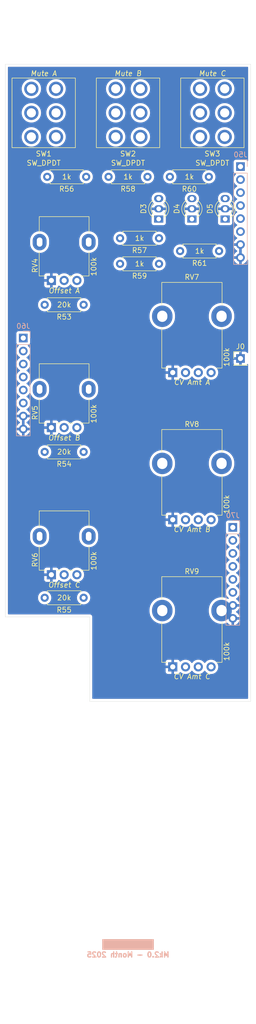
<source format=kicad_pcb>
(kicad_pcb (version 20241229) (generator "pcbnew") (generator_version "9.0")
  (title_block (rev "1") (company "DMH Instruments") (comment 1 "10cm Kosmo format synthesizer module PCB"))
  (layers (0 "F.Cu" signal) (2 "B.Cu" signal) (13 "F.Paste" user) (15 "B.Paste" user) (5 "F.SilkS" user "F.Silkscreen") (7 "B.SilkS" user "B.Silkscreen") (1 "F.Mask" user) (3 "B.Mask" user) (25 "Edge.Cuts" user))
  (net 0 "")
  (net 1 "+12V")
  (net 2 "GND")
  (net 3 "Net-(D3-A2)")
  (net 4 "Net-(D3-A1)")
  (net 5 "Net-(D4-A2)")
  (net 6 "Net-(D4-A1)")
  (net 7 "Net-(D5-A2)")
  (net 8 "Net-(D5-A1)")
  (net 9 "/Inputs and Outputs/Output A Jack")
  (net 10 "/Inputs and Outputs/CV A Jack")
  (net 11 "Net-(R53-Pad1)")
  (net 12 "Net-(R54-Pad1)")
  (net 13 "/Inputs and Outputs/Output B Jack")
  (net 14 "/Inputs and Outputs/CV B Jack")
  (net 15 "Net-(R55-Pad1)")
  (net 16 "Net-(R56-Pad2)")
  (net 17 "Net-(R57-Pad2)")
  (net 18 "/Inputs and Outputs/Output C Jack")
  (net 19 "Net-(R58-Pad2)")
  (net 20 "Net-(R59-Pad2)")
  (net 21 "/Inputs and Outputs/CV C Jack")
  (net 22 "Net-(R60-Pad2)")
  (net 23 "Net-(R61-Pad2)")
  (net 24 "/Inputs and Outputs/Offset A Pot")
  (net 25 "/Inputs and Outputs/Mute A Switch")
  (net 26 "/Inputs and Outputs/Mute B Switch")
  (net 27 "/Inputs and Outputs/Offset B Pot")
  (net 28 "/Inputs and Outputs/Offset C Pot")
  (net 29 "/Inputs and Outputs/Mute C Switch")
  (net 33 "/Inputs and Outputs/CV Amt A Pot")
  (net 34 "/Inputs and Outputs/CV Amt B Pot")
  (net 35 "/Inputs and Outputs/CV Amt C Pot")
  (footprint "SynthStuff:Toggle_Switch_2_Poles_TE" (layer "F.Cu") (at 58.5 52 180)
    (property "Reference" "SW1" (at 0 -8 0) (layer "F.SilkS"))
    (property "Value" "SW_DPDT" (at 0 -9.8 0) (layer "F.SilkS"))
    (property "Function" "Mute A" (at 0 7.7 0) (layer "F.SilkS") (effects (font (thickness 0.15) (italic yes))))
    (fp_rect (start -6.2 -6.8) (end 6.2 6.8) (stroke (width 0.12)) (fill no) (layer "F.SilkS"))
    (pad "1" thru_hole circle (at -2.413 4.7 270) (size 2.8 2.8) (drill 1.8) (layers "*.Cu" "*.Mask") (net 25 "/Inputs and Outputs/Mute A Switch"))
    (pad "2" thru_hole circle (at -2.413 0 270) (size 2.8 2.8) (drill 1.8) (layers "*.Cu" "*.Mask") (net 9 "/Inputs and Outputs/Output A Jack"))
    (pad "3" thru_hole circle (at -2.413 -4.7 270) (size 2.8 2.8) (drill 1.8) (layers "*.Cu" "*.Mask"))
    (pad "4" thru_hole circle (at 2.413 4.7 270) (size 2.8 2.8) (drill 1.8) (layers "*.Cu" "*.Mask") (net 17 "Net-(R57-Pad2)"))
    (pad "5" thru_hole circle (at 2.413 0 270) (size 2.8 2.8) (drill 1.8) (layers "*.Cu" "*.Mask") (net 1 "+12V"))
    (pad "6" thru_hole circle (at 2.413 -4.7 270) (size 2.8 2.8) (drill 1.8) (layers "*.Cu" "*.Mask") (net 16 "Net-(R56-Pad2)"))
  )
  (footprint "Resistor_THT:R_Axial_DIN0207_L6.3mm_D2.5mm_P7.62mm_Horizontal" (layer "F.Cu") (at 92.81 79 180)
    (property "Reference" "R61" (at 3.81 -2.37 0) (layer "F.SilkS"))
    (property "Value" "1k" (at 3.81 0 0) (layer "F.SilkS"))
    (fp_line (start 7.08 1.37) (end 7.08 1.04) (stroke (width 0.12)) (layer "F.SilkS"))
    (fp_line (start 7.08 -1.37) (end 7.08 -1.04) (stroke (width 0.12)) (layer "F.SilkS"))
    (fp_line (start 0.54 1.37) (end 7.08 1.37) (stroke (width 0.12)) (layer "F.SilkS"))
    (fp_line (start 0.54 1.04) (end 0.54 1.37) (stroke (width 0.12)) (layer "F.SilkS"))
    (fp_line (start 0.54 -1.04) (end 0.54 -1.37) (stroke (width 0.12)) (layer "F.SilkS"))
    (fp_line (start 0.54 -1.37) (end 7.08 -1.37) (stroke (width 0.12)) (layer "F.SilkS"))
    (pad "1" thru_hole circle (at 0 0 180) (size 1.6 1.6) (drill 0.8) (layers "*.Cu" "*.Mask") (net 8 "Net-(D5-A1)"))
    (pad "2" thru_hole oval (at 7.62 0 180) (size 1.6 1.6) (drill 0.8) (layers "*.Cu" "*.Mask") (net 23 "Net-(R61-Pad2)"))
  )
  (footprint "SynthStuff:Potentiometer_TT_P110KH1" (layer "F.Cu") (at 85 160.25)
    (property "Reference" "RV9" (at 2.5 -18.65 0) (layer "F.SilkS"))
    (property "Value" "100k" (at 9.3 -3 90) (layer "F.SilkS"))
    (property "Function" "CV Amt C" (at 2.5 1.9 0) (layer "F.SilkS") (effects (font (thickness 0.15) (italic yes))))
    (fp_line (start -3.4 -17.62) (end -3.4 -13.25) (stroke (width 0.12)) (layer "F.SilkS"))
    (fp_line (start -3.4 -8.7) (end -3.4 -0.88) (stroke (width 0.12)) (layer "F.SilkS"))
    (fp_line (start -2.4 -0.88) (end -3.4 -0.88) (stroke (width 0.12)) (layer "F.SilkS"))
    (fp_line (start 8.4 -17.62) (end -3.4 -17.62) (stroke (width 0.12)) (layer "F.SilkS"))
    (fp_line (start 8.4 -17.62) (end 8.4 -13.25) (stroke (width 0.12)) (layer "F.SilkS"))
    (fp_line (start 8.4 -8.7) (end 8.4 -0.88) (stroke (width 0.12)) (layer "F.SilkS"))
    (fp_line (start 8.4 -0.88) (end 7.4 -0.88) (stroke (width 0.12)) (layer "F.SilkS"))
    (pad "" thru_hole oval (at -3.3 -11) (size 4 4.2) (drill oval 2 2.2) (layers "*.Cu" "*.Mask"))
    (pad "" thru_hole circle (at 6.25 0) (size 1.8 1.8) (drill 1) (layers "*.Cu" "*.Mask"))
    (pad "" thru_hole oval (at 8.3 -11) (size 4 4.2) (drill oval 2 2.2) (layers "*.Cu" "*.Mask"))
    (pad "1" thru_hole rect (at -1.25 0) (size 1.8 1.8) (drill 1) (layers "*.Cu" "*.Mask") (net 2 "GND"))
    (pad "2" thru_hole circle (at 1.25 0) (size 1.8 1.8) (drill 1) (layers "*.Cu" "*.Mask") (net 35 "/Inputs and Outputs/CV Amt C Pot"))
    (pad "3" thru_hole circle (at 3.75 0) (size 1.8 1.8) (drill 1) (layers "*.Cu" "*.Mask") (net 21 "/Inputs and Outputs/CV C Jack"))
  )
  (footprint "SynthStuff:Potentiometer_Alpha_RD901F-40-00D_Single_Vertical" (layer "F.Cu") (at 60 113.5 90)
    (property "Reference" "RV5" (at 2.9 -3.2 90) (layer "F.SilkS"))
    (property "Value" "100k" (at 2.7 8.3 90) (layer "F.SilkS"))
    (property "Function" "Offset B" (at -2 2.5 0) (layer "F.SilkS") (effects (font (thickness 0.15) (italic yes))))
    (fp_line (start 0.88 -2.38) (end 5.6 -2.38) (stroke (width 0.12)) (layer "F.SilkS"))
    (fp_line (start 9.41 -2.37) (end 12.47 -2.37) (stroke (width 0.12)) (layer "F.SilkS"))
    (fp_line (start 0.88 -1.19) (end 0.88 -2.37) (stroke (width 0.12)) (layer "F.SilkS"))
    (fp_line (start 0.88 1.71) (end 0.88 1.18) (stroke (width 0.12)) (layer "F.SilkS"))
    (fp_line (start 0.88 4.16) (end 0.88 3.33) (stroke (width 0.12)) (layer "F.SilkS"))
    (fp_line (start 12.47 7.37) (end 12.47 -2.37) (stroke (width 0.12)) (layer "F.SilkS"))
    (fp_line (start 9.41 7.37) (end 12.47 7.37) (stroke (width 0.12)) (layer "F.SilkS"))
    (fp_line (start 0.88 7.37) (end 0.88 5.88) (stroke (width 0.12)) (layer "F.SilkS"))
    (fp_line (start 0.88 7.37) (end 5.6 7.37) (stroke (width 0.12)) (layer "F.SilkS"))
    (pad "" thru_hole oval (at 7.5 -2.3 180) (size 2.72 3.24) (drill oval 1.1 1.8) (layers "*.Cu" "*.Mask"))
    (pad "" thru_hole oval (at 7.5 7.3 180) (size 2.72 3.24) (drill oval 1.1 1.8) (layers "*.Cu" "*.Mask"))
    (pad "1" thru_hole rect (at 0 0 180) (size 1.8 1.8) (drill 1) (layers "*.Cu" "*.Mask") (net 2 "GND"))
    (pad "2" thru_hole circle (at 0 2.5 180) (size 1.8 1.8) (drill 1) (layers "*.Cu" "*.Mask") (net 27 "/Inputs and Outputs/Offset B Pot"))
    (pad "3" thru_hole circle (at 0 5 180) (size 1.8 1.8) (drill 1) (layers "*.Cu" "*.Mask") (net 12 "Net-(R54-Pad1)"))
  )
  (footprint "SynthStuff:Potentiometer_TT_P110KH1" (layer "F.Cu") (at 85 131.5)
    (property "Reference" "RV8" (at 2.5 -18.65 0) (layer "F.SilkS"))
    (property "Value" "100k" (at 9.3 -3 90) (layer "F.SilkS"))
    (property "Function" "CV Amt B" (at 2.5 1.9 0) (layer "F.SilkS") (effects (font (thickness 0.15) (italic yes))))
    (fp_line (start -3.4 -17.62) (end -3.4 -13.25) (stroke (width 0.12)) (layer "F.SilkS"))
    (fp_line (start -3.4 -8.7) (end -3.4 -0.88) (stroke (width 0.12)) (layer "F.SilkS"))
    (fp_line (start -2.4 -0.88) (end -3.4 -0.88) (stroke (width 0.12)) (layer "F.SilkS"))
    (fp_line (start 8.4 -17.62) (end -3.4 -17.62) (stroke (width 0.12)) (layer "F.SilkS"))
    (fp_line (start 8.4 -17.62) (end 8.4 -13.25) (stroke (width 0.12)) (layer "F.SilkS"))
    (fp_line (start 8.4 -8.7) (end 8.4 -0.88) (stroke (width 0.12)) (layer "F.SilkS"))
    (fp_line (start 8.4 -0.88) (end 7.4 -0.88) (stroke (width 0.12)) (layer "F.SilkS"))
    (pad "" thru_hole oval (at -3.3 -11) (size 4 4.2) (drill oval 2 2.2) (layers "*.Cu" "*.Mask"))
    (pad "" thru_hole circle (at 6.25 0) (size 1.8 1.8) (drill 1) (layers "*.Cu" "*.Mask"))
    (pad "" thru_hole oval (at 8.3 -11) (size 4 4.2) (drill oval 2 2.2) (layers "*.Cu" "*.Mask"))
    (pad "1" thru_hole rect (at -1.25 0) (size 1.8 1.8) (drill 1) (layers "*.Cu" "*.Mask") (net 2 "GND"))
    (pad "2" thru_hole circle (at 1.25 0) (size 1.8 1.8) (drill 1) (layers "*.Cu" "*.Mask") (net 34 "/Inputs and Outputs/CV Amt B Pot"))
    (pad "3" thru_hole circle (at 3.75 0) (size 1.8 1.8) (drill 1) (layers "*.Cu" "*.Mask") (net 14 "/Inputs and Outputs/CV B Jack"))
  )
  (footprint "SynthStuff:Potentiometer_TT_P110KH1" (layer "F.Cu") (at 85 102.75)
    (property "Reference" "RV7" (at 2.5 -18.65 0) (layer "F.SilkS"))
    (property "Value" "100k" (at 9.3 -3 90) (layer "F.SilkS"))
    (property "Function" "CV Amt A" (at 2.5 1.9 0) (layer "F.SilkS") (effects (font (thickness 0.15) (italic yes))))
    (fp_line (start -3.4 -17.62) (end -3.4 -13.25) (stroke (width 0.12)) (layer "F.SilkS"))
    (fp_line (start -3.4 -8.7) (end -3.4 -0.88) (stroke (width 0.12)) (layer "F.SilkS"))
    (fp_line (start -2.4 -0.88) (end -3.4 -0.88) (stroke (width 0.12)) (layer "F.SilkS"))
    (fp_line (start 8.4 -17.62) (end -3.4 -17.62) (stroke (width 0.12)) (layer "F.SilkS"))
    (fp_line (start 8.4 -17.62) (end 8.4 -13.25) (stroke (width 0.12)) (layer "F.SilkS"))
    (fp_line (start 8.4 -8.7) (end 8.4 -0.88) (stroke (width 0.12)) (layer "F.SilkS"))
    (fp_line (start 8.4 -0.88) (end 7.4 -0.88) (stroke (width 0.12)) (layer "F.SilkS"))
    (pad "" thru_hole oval (at -3.3 -11) (size 4 4.2) (drill oval 2 2.2) (layers "*.Cu" "*.Mask"))
    (pad "" thru_hole circle (at 6.25 0) (size 1.8 1.8) (drill 1) (layers "*.Cu" "*.Mask"))
    (pad "" thru_hole oval (at 8.3 -11) (size 4 4.2) (drill oval 2 2.2) (layers "*.Cu" "*.Mask"))
    (pad "1" thru_hole rect (at -1.25 0) (size 1.8 1.8) (drill 1) (layers "*.Cu" "*.Mask") (net 2 "GND"))
    (pad "2" thru_hole circle (at 1.25 0) (size 1.8 1.8) (drill 1) (layers "*.Cu" "*.Mask") (net 33 "/Inputs and Outputs/CV Amt A Pot"))
    (pad "3" thru_hole circle (at 3.75 0) (size 1.8 1.8) (drill 1) (layers "*.Cu" "*.Mask") (net 10 "/Inputs and Outputs/CV A Jack"))
  )
  (footprint "SynthStuff:LED_D3.0mm-2color" (layer "F.Cu") (at 81 70.75 90)
    (property "Reference" "D3" (at 0 -2.96 90) (layer "F.SilkS"))
    (property "Value" "LED_Dual_AKA" (hide yes))
    (fp_line (start -1.56 -1.236) (end -1.56 -1.08) (stroke (width 0.12)) (layer "F.SilkS"))
    (fp_line (start -1.56 1.08) (end -1.56 1.236) (stroke (width 0.12)) (layer "F.SilkS"))
    (fp_arc (start -1.56 -1.235516) (mid 0.095624 -1.987701) (end 1.671397 -1.080061) (stroke (width 0.12)) (layer "F.SilkS"))
    (fp_arc (start -1.040961 -1.08) (mid -0.000035 -1.5) (end 1.04091 -1.080049) (stroke (width 0.12)) (layer "F.SilkS"))
    (fp_arc (start 1.04091 1.080049) (mid -0.000035 1.5) (end -1.040961 1.08) (stroke (width 0.12)) (layer "F.SilkS"))
    (fp_arc (start 1.671397 1.080061) (mid 0.095624 1.987701) (end -1.56 1.235516) (stroke (width 0.12)) (layer "F.SilkS"))
    (pad "1" thru_hole rect (at -2 0 90) (size 1.4 1.8) (drill 0.9) (layers "*.Cu" "*.Mask") (net 4 "Net-(D3-A1)"))
    (pad "2" thru_hole oval (at 0 0 90) (size 1.4 1.8) (drill 0.9) (layers "*.Cu" "*.Mask") (net 2 "GND"))
    (pad "3" thru_hole oval (at 2 0 90) (size 1.4 1.8) (drill 0.9) (layers "*.Cu" "*.Mask") (net 3 "Net-(D3-A2)"))
  )
  (footprint "Resistor_THT:R_Axial_DIN0207_L6.3mm_D2.5mm_P7.62mm_Horizontal" (layer "F.Cu") (at 66.31 89.5 180)
    (property "Reference" "R53" (at 3.81 -2.37 0) (layer "F.SilkS"))
    (property "Value" "20k" (at 3.81 0 0) (layer "F.SilkS"))
    (fp_line (start 7.08 1.37) (end 7.08 1.04) (stroke (width 0.12)) (layer "F.SilkS"))
    (fp_line (start 7.08 -1.37) (end 7.08 -1.04) (stroke (width 0.12)) (layer "F.SilkS"))
    (fp_line (start 0.54 1.37) (end 7.08 1.37) (stroke (width 0.12)) (layer "F.SilkS"))
    (fp_line (start 0.54 1.04) (end 0.54 1.37) (stroke (width 0.12)) (layer "F.SilkS"))
    (fp_line (start 0.54 -1.04) (end 0.54 -1.37) (stroke (width 0.12)) (layer "F.SilkS"))
    (fp_line (start 0.54 -1.37) (end 7.08 -1.37) (stroke (width 0.12)) (layer "F.SilkS"))
    (pad "1" thru_hole circle (at 0 0 180) (size 1.6 1.6) (drill 0.8) (layers "*.Cu" "*.Mask") (net 11 "Net-(R53-Pad1)"))
    (pad "2" thru_hole oval (at 7.62 0 180) (size 1.6 1.6) (drill 0.8) (layers "*.Cu" "*.Mask") (net 1 "+12V"))
  )
  (footprint "Resistor_THT:R_Axial_DIN0207_L6.3mm_D2.5mm_P7.62mm_Horizontal" (layer "F.Cu") (at 90.81 64.5 180)
    (property "Reference" "R60" (at 3.81 -2.37 0) (layer "F.SilkS"))
    (property "Value" "1k" (at 3.81 0 0) (layer "F.SilkS"))
    (fp_line (start 7.08 1.37) (end 7.08 1.04) (stroke (width 0.12)) (layer "F.SilkS"))
    (fp_line (start 7.08 -1.37) (end 7.08 -1.04) (stroke (width 0.12)) (layer "F.SilkS"))
    (fp_line (start 0.54 1.37) (end 7.08 1.37) (stroke (width 0.12)) (layer "F.SilkS"))
    (fp_line (start 0.54 1.04) (end 0.54 1.37) (stroke (width 0.12)) (layer "F.SilkS"))
    (fp_line (start 0.54 -1.04) (end 0.54 -1.37) (stroke (width 0.12)) (layer "F.SilkS"))
    (fp_line (start 0.54 -1.37) (end 7.08 -1.37) (stroke (width 0.12)) (layer "F.SilkS"))
    (pad "1" thru_hole circle (at 0 0 180) (size 1.6 1.6) (drill 0.8) (layers "*.Cu" "*.Mask") (net 7 "Net-(D5-A2)"))
    (pad "2" thru_hole oval (at 7.62 0 180) (size 1.6 1.6) (drill 0.8) (layers "*.Cu" "*.Mask") (net 22 "Net-(R60-Pad2)"))
  )
  (footprint "SynthStuff:LED_D3.0mm-2color" (layer "F.Cu") (at 94 70.75 90)
    (property "Reference" "D5" (at 0 -2.96 90) (layer "F.SilkS"))
    (property "Value" "LED_Dual_AKA" (hide yes))
    (fp_line (start -1.56 -1.236) (end -1.56 -1.08) (stroke (width 0.12)) (layer "F.SilkS"))
    (fp_line (start -1.56 1.08) (end -1.56 1.236) (stroke (width 0.12)) (layer "F.SilkS"))
    (fp_arc (start -1.56 -1.235516) (mid 0.095624 -1.987701) (end 1.671397 -1.080061) (stroke (width 0.12)) (layer "F.SilkS"))
    (fp_arc (start -1.040961 -1.08) (mid -0.000035 -1.5) (end 1.04091 -1.080049) (stroke (width 0.12)) (layer "F.SilkS"))
    (fp_arc (start 1.04091 1.080049) (mid -0.000035 1.5) (end -1.040961 1.08) (stroke (width 0.12)) (layer "F.SilkS"))
    (fp_arc (start 1.671397 1.080061) (mid 0.095624 1.987701) (end -1.56 1.235516) (stroke (width 0.12)) (layer "F.SilkS"))
    (pad "1" thru_hole rect (at -2 0 90) (size 1.4 1.8) (drill 0.9) (layers "*.Cu" "*.Mask") (net 8 "Net-(D5-A1)"))
    (pad "2" thru_hole oval (at 0 0 90) (size 1.4 1.8) (drill 0.9) (layers "*.Cu" "*.Mask") (net 2 "GND"))
    (pad "3" thru_hole oval (at 2 0 90) (size 1.4 1.8) (drill 0.9) (layers "*.Cu" "*.Mask") (net 7 "Net-(D5-A2)"))
  )
  (footprint "SynthStuff:Potentiometer_Alpha_RD901F-40-00D_Single_Vertical" (layer "F.Cu") (at 60 84.75 90)
    (property "Reference" "RV4" (at 2.9 -3.2 90) (layer "F.SilkS"))
    (property "Value" "100k" (at 2.7 8.3 90) (layer "F.SilkS"))
    (property "Function" "Offset A" (at -2 2.5 0) (layer "F.SilkS") (effects (font (thickness 0.15) (italic yes))))
    (fp_line (start 0.88 -2.38) (end 5.6 -2.38) (stroke (width 0.12)) (layer "F.SilkS"))
    (fp_line (start 9.41 -2.37) (end 12.47 -2.37) (stroke (width 0.12)) (layer "F.SilkS"))
    (fp_line (start 0.88 -1.19) (end 0.88 -2.37) (stroke (width 0.12)) (layer "F.SilkS"))
    (fp_line (start 0.88 1.71) (end 0.88 1.18) (stroke (width 0.12)) (layer "F.SilkS"))
    (fp_line (start 0.88 4.16) (end 0.88 3.33) (stroke (width 0.12)) (layer "F.SilkS"))
    (fp_line (start 12.47 7.37) (end 12.47 -2.37) (stroke (width 0.12)) (layer "F.SilkS"))
    (fp_line (start 9.41 7.37) (end 12.47 7.37) (stroke (width 0.12)) (layer "F.SilkS"))
    (fp_line (start 0.88 7.37) (end 0.88 5.88) (stroke (width 0.12)) (layer "F.SilkS"))
    (fp_line (start 0.88 7.37) (end 5.6 7.37) (stroke (width 0.12)) (layer "F.SilkS"))
    (pad "" thru_hole oval (at 7.5 -2.3 180) (size 2.72 3.24) (drill oval 1.1 1.8) (layers "*.Cu" "*.Mask"))
    (pad "" thru_hole oval (at 7.5 7.3 180) (size 2.72 3.24) (drill oval 1.1 1.8) (layers "*.Cu" "*.Mask"))
    (pad "1" thru_hole rect (at 0 0 180) (size 1.8 1.8) (drill 1) (layers "*.Cu" "*.Mask") (net 2 "GND"))
    (pad "2" thru_hole circle (at 0 2.5 180) (size 1.8 1.8) (drill 1) (layers "*.Cu" "*.Mask") (net 24 "/Inputs and Outputs/Offset A Pot"))
    (pad "3" thru_hole circle (at 0 5 180) (size 1.8 1.8) (drill 1) (layers "*.Cu" "*.Mask") (net 11 "Net-(R53-Pad1)"))
  )
  (footprint "Resistor_THT:R_Axial_DIN0207_L6.3mm_D2.5mm_P7.62mm_Horizontal" (layer "F.Cu") (at 66.31 118.25 180)
    (property "Reference" "R54" (at 3.81 -2.37 0) (layer "F.SilkS"))
    (property "Value" "20k" (at 3.81 0 0) (layer "F.SilkS"))
    (fp_line (start 7.08 1.37) (end 7.08 1.04) (stroke (width 0.12)) (layer "F.SilkS"))
    (fp_line (start 7.08 -1.37) (end 7.08 -1.04) (stroke (width 0.12)) (layer "F.SilkS"))
    (fp_line (start 0.54 1.37) (end 7.08 1.37) (stroke (width 0.12)) (layer "F.SilkS"))
    (fp_line (start 0.54 1.04) (end 0.54 1.37) (stroke (width 0.12)) (layer "F.SilkS"))
    (fp_line (start 0.54 -1.04) (end 0.54 -1.37) (stroke (width 0.12)) (layer "F.SilkS"))
    (fp_line (start 0.54 -1.37) (end 7.08 -1.37) (stroke (width 0.12)) (layer "F.SilkS"))
    (pad "1" thru_hole circle (at 0 0 180) (size 1.6 1.6) (drill 0.8) (layers "*.Cu" "*.Mask") (net 12 "Net-(R54-Pad1)"))
    (pad "2" thru_hole oval (at 7.62 0 180) (size 1.6 1.6) (drill 0.8) (layers "*.Cu" "*.Mask") (net 1 "+12V"))
  )
  (footprint "Resistor_THT:R_Axial_DIN0207_L6.3mm_D2.5mm_P7.62mm_Horizontal" (layer "F.Cu") (at 78.81 64.5 180)
    (property "Reference" "R58" (at 3.81 -2.37 0) (layer "F.SilkS"))
    (property "Value" "1k" (at 3.81 0 0) (layer "F.SilkS"))
    (fp_line (start 7.08 1.37) (end 7.08 1.04) (stroke (width 0.12)) (layer "F.SilkS"))
    (fp_line (start 7.08 -1.37) (end 7.08 -1.04) (stroke (width 0.12)) (layer "F.SilkS"))
    (fp_line (start 0.54 1.37) (end 7.08 1.37) (stroke (width 0.12)) (layer "F.SilkS"))
    (fp_line (start 0.54 1.04) (end 0.54 1.37) (stroke (width 0.12)) (layer "F.SilkS"))
    (fp_line (start 0.54 -1.04) (end 0.54 -1.37) (stroke (width 0.12)) (layer "F.SilkS"))
    (fp_line (start 0.54 -1.37) (end 7.08 -1.37) (stroke (width 0.12)) (layer "F.SilkS"))
    (pad "1" thru_hole circle (at 0 0 180) (size 1.6 1.6) (drill 0.8) (layers "*.Cu" "*.Mask") (net 5 "Net-(D4-A2)"))
    (pad "2" thru_hole oval (at 7.62 0 180) (size 1.6 1.6) (drill 0.8) (layers "*.Cu" "*.Mask") (net 19 "Net-(R58-Pad2)"))
  )
  (footprint "SynthStuff:Potentiometer_Alpha_RD901F-40-00D_Single_Vertical" (layer "F.Cu") (at 60 142.25 90)
    (property "Reference" "RV6" (at 2.9 -3.2 90) (layer "F.SilkS"))
    (property "Value" "100k" (at 2.7 8.3 90) (layer "F.SilkS"))
    (property "Function" "Offset C" (at -2 2.5 0) (layer "F.SilkS") (effects (font (thickness 0.15) (italic yes))))
    (fp_line (start 0.88 -2.38) (end 5.6 -2.38) (stroke (width 0.12)) (layer "F.SilkS"))
    (fp_line (start 9.41 -2.37) (end 12.47 -2.37) (stroke (width 0.12)) (layer "F.SilkS"))
    (fp_line (start 0.88 -1.19) (end 0.88 -2.37) (stroke (width 0.12)) (layer "F.SilkS"))
    (fp_line (start 0.88 1.71) (end 0.88 1.18) (stroke (width 0.12)) (layer "F.SilkS"))
    (fp_line (start 0.88 4.16) (end 0.88 3.33) (stroke (width 0.12)) (layer "F.SilkS"))
    (fp_line (start 12.47 7.37) (end 12.47 -2.37) (stroke (width 0.12)) (layer "F.SilkS"))
    (fp_line (start 9.41 7.37) (end 12.47 7.37) (stroke (width 0.12)) (layer "F.SilkS"))
    (fp_line (start 0.88 7.37) (end 0.88 5.88) (stroke (width 0.12)) (layer "F.SilkS"))
    (fp_line (start 0.88 7.37) (end 5.6 7.37) (stroke (width 0.12)) (layer "F.SilkS"))
    (pad "" thru_hole oval (at 7.5 -2.3 180) (size 2.72 3.24) (drill oval 1.1 1.8) (layers "*.Cu" "*.Mask"))
    (pad "" thru_hole oval (at 7.5 7.3 180) (size 2.72 3.24) (drill oval 1.1 1.8) (layers "*.Cu" "*.Mask"))
    (pad "1" thru_hole rect (at 0 0 180) (size 1.8 1.8) (drill 1) (layers "*.Cu" "*.Mask") (net 2 "GND"))
    (pad "2" thru_hole circle (at 0 2.5 180) (size 1.8 1.8) (drill 1) (layers "*.Cu" "*.Mask") (net 28 "/Inputs and Outputs/Offset C Pot"))
    (pad "3" thru_hole circle (at 0 5 180) (size 1.8 1.8) (drill 1) (layers "*.Cu" "*.Mask") (net 15 "Net-(R55-Pad1)"))
  )
  (footprint "Resistor_THT:R_Axial_DIN0207_L6.3mm_D2.5mm_P7.62mm_Horizontal" (layer "F.Cu") (at 66.81 64.5 180)
    (property "Reference" "R56" (at 3.81 -2.37 0) (layer "F.SilkS"))
    (property "Value" "1k" (at 3.81 0 0) (layer "F.SilkS"))
    (fp_line (start 7.08 1.37) (end 7.08 1.04) (stroke (width 0.12)) (layer "F.SilkS"))
    (fp_line (start 7.08 -1.37) (end 7.08 -1.04) (stroke (width 0.12)) (layer "F.SilkS"))
    (fp_line (start 0.54 1.37) (end 7.08 1.37) (stroke (width 0.12)) (layer "F.SilkS"))
    (fp_line (start 0.54 1.04) (end 0.54 1.37) (stroke (width 0.12)) (layer "F.SilkS"))
    (fp_line (start 0.54 -1.04) (end 0.54 -1.37) (stroke (width 0.12)) (layer "F.SilkS"))
    (fp_line (start 0.54 -1.37) (end 7.08 -1.37) (stroke (width 0.12)) (layer "F.SilkS"))
    (pad "1" thru_hole circle (at 0 0 180) (size 1.6 1.6) (drill 0.8) (layers "*.Cu" "*.Mask") (net 3 "Net-(D3-A2)"))
    (pad "2" thru_hole oval (at 7.62 0 180) (size 1.6 1.6) (drill 0.8) (layers "*.Cu" "*.Mask") (net 16 "Net-(R56-Pad2)"))
  )
  (footprint "Connector_PinHeader_2.54mm:PinHeader_1x01_P2.54mm_Vertical" (layer "F.Cu") (at 97 100)
    (property "Reference" "J0" (at 0 -2.33 0) (layer "F.SilkS"))
    (property "Value" "Conn_01x01" (hide yes))
    (fp_line (start -1.33 -1.33) (end 0 -1.33) (stroke (width 0.12)) (layer "F.SilkS"))
    (fp_line (start -1.33 0) (end -1.33 -1.33) (stroke (width 0.12)) (layer "F.SilkS"))
    (fp_line (start -1.33 1.27) (end -1.33 1.33) (stroke (width 0.12)) (layer "F.SilkS"))
    (fp_line (start -1.33 1.27) (end 1.33 1.27) (stroke (width 0.12)) (layer "F.SilkS"))
    (fp_line (start -1.33 1.33) (end 1.33 1.33) (stroke (width 0.12)) (layer "F.SilkS"))
    (fp_line (start 1.33 1.27) (end 1.33 1.33) (stroke (width 0.12)) (layer "F.SilkS"))
    (pad "1" thru_hole rect (at 0 0) (size 1.7 1.7) (drill 1) (layers "*.Cu" "*.Mask") (net 2 "GND"))
  )
  (footprint "SynthStuff:Toggle_Switch_2_Poles_TE" (layer "F.Cu") (at 75 52 180)
    (property "Reference" "SW2" (at 0 -8 0) (layer "F.SilkS"))
    (property "Value" "SW_DPDT" (at 0 -9.8 0) (layer "F.SilkS"))
    (property "Function" "Mute B" (at 0 7.7 0) (layer "F.SilkS") (effects (font (thickness 0.15) (italic yes))))
    (fp_rect (start -6.2 -6.8) (end 6.2 6.8) (stroke (width 0.12)) (fill no) (layer "F.SilkS"))
    (pad "1" thru_hole circle (at -2.413 4.7 270) (size 2.8 2.8) (drill 1.8) (layers "*.Cu" "*.Mask") (net 26 "/Inputs and Outputs/Mute B Switch"))
    (pad "2" thru_hole circle (at -2.413 0 270) (size 2.8 2.8) (drill 1.8) (layers "*.Cu" "*.Mask") (net 13 "/Inputs and Outputs/Output B Jack"))
    (pad "3" thru_hole circle (at -2.413 -4.7 270) (size 2.8 2.8) (drill 1.8) (layers "*.Cu" "*.Mask"))
    (pad "4" thru_hole circle (at 2.413 4.7 270) (size 2.8 2.8) (drill 1.8) (layers "*.Cu" "*.Mask") (net 20 "Net-(R59-Pad2)"))
    (pad "5" thru_hole circle (at 2.413 0 270) (size 2.8 2.8) (drill 1.8) (layers "*.Cu" "*.Mask") (net 1 "+12V"))
    (pad "6" thru_hole circle (at 2.413 -4.7 270) (size 2.8 2.8) (drill 1.8) (layers "*.Cu" "*.Mask") (net 19 "Net-(R58-Pad2)"))
  )
  (footprint "Resistor_THT:R_Axial_DIN0207_L6.3mm_D2.5mm_P7.62mm_Horizontal" (layer "F.Cu") (at 66.31 146.75 180)
    (property "Reference" "R55" (at 3.81 -2.37 0) (layer "F.SilkS"))
    (property "Value" "20k" (at 3.81 0 0) (layer "F.SilkS"))
    (fp_line (start 7.08 1.37) (end 7.08 1.04) (stroke (width 0.12)) (layer "F.SilkS"))
    (fp_line (start 7.08 -1.37) (end 7.08 -1.04) (stroke (width 0.12)) (layer "F.SilkS"))
    (fp_line (start 0.54 1.37) (end 7.08 1.37) (stroke (width 0.12)) (layer "F.SilkS"))
    (fp_line (start 0.54 1.04) (end 0.54 1.37) (stroke (width 0.12)) (layer "F.SilkS"))
    (fp_line (start 0.54 -1.04) (end 0.54 -1.37) (stroke (width 0.12)) (layer "F.SilkS"))
    (fp_line (start 0.54 -1.37) (end 7.08 -1.37) (stroke (width 0.12)) (layer "F.SilkS"))
    (pad "1" thru_hole circle (at 0 0 180) (size 1.6 1.6) (drill 0.8) (layers "*.Cu" "*.Mask") (net 15 "Net-(R55-Pad1)"))
    (pad "2" thru_hole oval (at 7.62 0 180) (size 1.6 1.6) (drill 0.8) (layers "*.Cu" "*.Mask") (net 1 "+12V"))
  )
  (footprint "Resistor_THT:R_Axial_DIN0207_L6.3mm_D2.5mm_P7.62mm_Horizontal" (layer "F.Cu") (at 81.06 81.5 180)
    (property "Reference" "R59" (at 3.81 -2.37 0) (layer "F.SilkS"))
    (property "Value" "1k" (at 3.81 0 0) (layer "F.SilkS"))
    (fp_line (start 7.08 1.37) (end 7.08 1.04) (stroke (width 0.12)) (layer "F.SilkS"))
    (fp_line (start 7.08 -1.37) (end 7.08 -1.04) (stroke (width 0.12)) (layer "F.SilkS"))
    (fp_line (start 0.54 1.37) (end 7.08 1.37) (stroke (width 0.12)) (layer "F.SilkS"))
    (fp_line (start 0.54 1.04) (end 0.54 1.37) (stroke (width 0.12)) (layer "F.SilkS"))
    (fp_line (start 0.54 -1.04) (end 0.54 -1.37) (stroke (width 0.12)) (layer "F.SilkS"))
    (fp_line (start 0.54 -1.37) (end 7.08 -1.37) (stroke (width 0.12)) (layer "F.SilkS"))
    (pad "1" thru_hole circle (at 0 0 180) (size 1.6 1.6) (drill 0.8) (layers "*.Cu" "*.Mask") (net 6 "Net-(D4-A1)"))
    (pad "2" thru_hole oval (at 7.62 0 180) (size 1.6 1.6) (drill 0.8) (layers "*.Cu" "*.Mask") (net 20 "Net-(R59-Pad2)"))
  )
  (footprint "Resistor_THT:R_Axial_DIN0207_L6.3mm_D2.5mm_P7.62mm_Horizontal" (layer "F.Cu") (at 81.06 76.5 180)
    (property "Reference" "R57" (at 3.81 -2.37 0) (layer "F.SilkS"))
    (property "Value" "1k" (at 3.81 0 0) (layer "F.SilkS"))
    (fp_line (start 7.08 1.37) (end 7.08 1.04) (stroke (width 0.12)) (layer "F.SilkS"))
    (fp_line (start 7.08 -1.37) (end 7.08 -1.04) (stroke (width 0.12)) (layer "F.SilkS"))
    (fp_line (start 0.54 1.37) (end 7.08 1.37) (stroke (width 0.12)) (layer "F.SilkS"))
    (fp_line (start 0.54 1.04) (end 0.54 1.37) (stroke (width 0.12)) (layer "F.SilkS"))
    (fp_line (start 0.54 -1.04) (end 0.54 -1.37) (stroke (width 0.12)) (layer "F.SilkS"))
    (fp_line (start 0.54 -1.37) (end 7.08 -1.37) (stroke (width 0.12)) (layer "F.SilkS"))
    (pad "1" thru_hole circle (at 0 0 180) (size 1.6 1.6) (drill 0.8) (layers "*.Cu" "*.Mask") (net 4 "Net-(D3-A1)"))
    (pad "2" thru_hole oval (at 7.62 0 180) (size 1.6 1.6) (drill 0.8) (layers "*.Cu" "*.Mask") (net 17 "Net-(R57-Pad2)"))
  )
  (footprint "SynthStuff:Toggle_Switch_2_Poles_TE" (layer "F.Cu") (at 91.5 52 180)
    (property "Reference" "SW3" (at 0 -8 0) (layer "F.SilkS"))
    (property "Value" "SW_DPDT" (at 0 -9.8 0) (layer "F.SilkS"))
    (property "Function" "Mute C" (at 0 7.7 0) (layer "F.SilkS") (effects (font (thickness 0.15) (italic yes))))
    (fp_rect (start -6.2 -6.8) (end 6.2 6.8) (stroke (width 0.12)) (fill no) (layer "F.SilkS"))
    (pad "1" thru_hole circle (at -2.413 4.7 270) (size 2.8 2.8) (drill 1.8) (layers "*.Cu" "*.Mask") (net 29 "/Inputs and Outputs/Mute C Switch"))
    (pad "2" thru_hole circle (at -2.413 0 270) (size 2.8 2.8) (drill 1.8) (layers "*.Cu" "*.Mask") (net 18 "/Inputs and Outputs/Output C Jack"))
    (pad "3" thru_hole circle (at -2.413 -4.7 270) (size 2.8 2.8) (drill 1.8) (layers "*.Cu" "*.Mask"))
    (pad "4" thru_hole circle (at 2.413 4.7 270) (size 2.8 2.8) (drill 1.8) (layers "*.Cu" "*.Mask") (net 23 "Net-(R61-Pad2)"))
    (pad "5" thru_hole circle (at 2.413 0 270) (size 2.8 2.8) (drill 1.8) (layers "*.Cu" "*.Mask") (net 1 "+12V"))
    (pad "6" thru_hole circle (at 2.413 -4.7 270) (size 2.8 2.8) (drill 1.8) (layers "*.Cu" "*.Mask") (net 22 "Net-(R60-Pad2)"))
  )
  (footprint "SynthStuff:LED_D3.0mm-2color" (layer "F.Cu") (at 87.5 70.75 90)
    (property "Reference" "D4" (at 0 -2.96 90) (layer "F.SilkS"))
    (property "Value" "LED_Dual_AKA" (hide yes))
    (fp_line (start -1.56 -1.236) (end -1.56 -1.08) (stroke (width 0.12)) (layer "F.SilkS"))
    (fp_line (start -1.56 1.08) (end -1.56 1.236) (stroke (width 0.12)) (layer "F.SilkS"))
    (fp_arc (start -1.56 -1.235516) (mid 0.095624 -1.987701) (end 1.671397 -1.080061) (stroke (width 0.12)) (layer "F.SilkS"))
    (fp_arc (start -1.040961 -1.08) (mid -0.000035 -1.5) (end 1.04091 -1.080049) (stroke (width 0.12)) (layer "F.SilkS"))
    (fp_arc (start 1.04091 1.080049) (mid -0.000035 1.5) (end -1.040961 1.08) (stroke (width 0.12)) (layer "F.SilkS"))
    (fp_arc (start 1.671397 1.080061) (mid 0.095624 1.987701) (end -1.56 1.235516) (stroke (width 0.12)) (layer "F.SilkS"))
    (pad "1" thru_hole rect (at -2 0 90) (size 1.4 1.8) (drill 0.9) (layers "*.Cu" "*.Mask") (net 6 "Net-(D4-A1)"))
    (pad "2" thru_hole oval (at 0 0 90) (size 1.4 1.8) (drill 0.9) (layers "*.Cu" "*.Mask") (net 2 "GND"))
    (pad "3" thru_hole oval (at 2 0 90) (size 1.4 1.8) (drill 0.9) (layers "*.Cu" "*.Mask") (net 5 "Net-(D4-A2)"))
  )
  (footprint "Connector_PinHeader_2.54mm:PinHeader_1x08_P2.54mm_Vertical" (layer "B.Cu") (at 95.5 133 180)
    (property "Reference" "J70" (at 0 2.33 0) (layer "B.SilkS") (effects (justify mirror)))
    (property "Value" "Conn_01x08" (hide yes))
    (fp_line (start 1.33 -1.27) (end 1.33 -19.11) (stroke (width 0.12)) (layer "B.SilkS"))
    (fp_line (start -1.33 1.33) (end 0 1.33) (stroke (width 0.12)) (layer "B.SilkS"))
    (fp_line (start -1.33 0) (end -1.33 1.33) (stroke (width 0.12)) (layer "B.SilkS"))
    (fp_line (start -1.33 -1.27) (end 1.33 -1.27) (stroke (width 0.12)) (layer "B.SilkS"))
    (fp_line (start -1.33 -1.27) (end -1.33 -19.11) (stroke (width 0.12)) (layer "B.SilkS"))
    (fp_line (start -1.33 -19.11) (end 1.33 -19.11) (stroke (width 0.12)) (layer "B.SilkS"))
    (pad "1" thru_hole rect (at 0 0 180) (size 1.7 1.7) (drill 1) (layers "*.Cu" "*.Mask") (net 1 "+12V"))
    (pad "2" thru_hole oval (at 0 -2.54 180) (size 1.7 1.7) (drill 1) (layers "*.Cu" "*.Mask") (net 29 "/Inputs and Outputs/Mute C Switch"))
    (pad "3" thru_hole oval (at 0 -5.08 180) (size 1.7 1.7) (drill 1) (layers "*.Cu" "*.Mask") (net 18 "/Inputs and Outputs/Output C Jack"))
    (pad "4" thru_hole oval (at 0 -7.62 180) (size 1.7 1.7) (drill 1) (layers "*.Cu" "*.Mask") (net 28 "/Inputs and Outputs/Offset C Pot"))
    (pad "5" thru_hole oval (at 0 -10.16 180) (size 1.7 1.7) (drill 1) (layers "*.Cu" "*.Mask") (net 35 "/Inputs and Outputs/CV Amt C Pot"))
    (pad "6" thru_hole oval (at 0 -12.7 180) (size 1.7 1.7) (drill 1) (layers "*.Cu" "*.Mask") (net 21 "/Inputs and Outputs/CV C Jack"))
    (pad "7" thru_hole oval (at 0 -15.24 180) (size 1.7 1.7) (drill 1) (layers "*.Cu" "*.Mask") (net 2 "GND"))
    (pad "8" thru_hole oval (at 0 -17.78 180) (size 1.7 1.7) (drill 1) (layers "*.Cu" "*.Mask") (net 2 "GND"))
  )
  (footprint "Connector_PinHeader_2.54mm:PinHeader_1x08_P2.54mm_Vertical" (layer "B.Cu") (at 54.5 96 180)
    (property "Reference" "J60" (at 0 2.33 0) (layer "B.SilkS") (effects (justify mirror)))
    (property "Value" "Conn_01x08" (hide yes))
    (fp_line (start 1.33 -1.27) (end 1.33 -19.11) (stroke (width 0.12)) (layer "B.SilkS"))
    (fp_line (start -1.33 1.33) (end 0 1.33) (stroke (width 0.12)) (layer "B.SilkS"))
    (fp_line (start -1.33 0) (end -1.33 1.33) (stroke (width 0.12)) (layer "B.SilkS"))
    (fp_line (start -1.33 -1.27) (end 1.33 -1.27) (stroke (width 0.12)) (layer "B.SilkS"))
    (fp_line (start -1.33 -1.27) (end -1.33 -19.11) (stroke (width 0.12)) (layer "B.SilkS"))
    (fp_line (start -1.33 -19.11) (end 1.33 -19.11) (stroke (width 0.12)) (layer "B.SilkS"))
    (pad "1" thru_hole rect (at 0 0 180) (size 1.7 1.7) (drill 1) (layers "*.Cu" "*.Mask") (net 1 "+12V"))
    (pad "2" thru_hole oval (at 0 -2.54 180) (size 1.7 1.7) (drill 1) (layers "*.Cu" "*.Mask") (net 26 "/Inputs and Outputs/Mute B Switch"))
    (pad "3" thru_hole oval (at 0 -5.08 180) (size 1.7 1.7) (drill 1) (layers "*.Cu" "*.Mask") (net 13 "/Inputs and Outputs/Output B Jack"))
    (pad "4" thru_hole oval (at 0 -7.62 180) (size 1.7 1.7) (drill 1) (layers "*.Cu" "*.Mask") (net 27 "/Inputs and Outputs/Offset B Pot"))
    (pad "5" thru_hole oval (at 0 -10.16 180) (size 1.7 1.7) (drill 1) (layers "*.Cu" "*.Mask") (net 34 "/Inputs and Outputs/CV Amt B Pot"))
    (pad "6" thru_hole oval (at 0 -12.7 180) (size 1.7 1.7) (drill 1) (layers "*.Cu" "*.Mask") (net 14 "/Inputs and Outputs/CV B Jack"))
    (pad "7" thru_hole oval (at 0 -15.24 180) (size 1.7 1.7) (drill 1) (layers "*.Cu" "*.Mask") (net 2 "GND"))
    (pad "8" thru_hole oval (at 0 -17.78 180) (size 1.7 1.7) (drill 1) (layers "*.Cu" "*.Mask") (net 2 "GND"))
  )
  (footprint "Connector_PinHeader_2.54mm:PinHeader_1x08_P2.54mm_Vertical" (layer "B.Cu") (at 97 62.5 180)
    (property "Reference" "J50" (at 0 2.33 0) (layer "B.SilkS") (effects (justify mirror)))
    (property "Value" "Conn_01x08" (hide yes))
    (fp_line (start 1.33 -1.27) (end 1.33 -19.11) (stroke (width 0.12)) (layer "B.SilkS"))
    (fp_line (start -1.33 1.33) (end 0 1.33) (stroke (width 0.12)) (layer "B.SilkS"))
    (fp_line (start -1.33 0) (end -1.33 1.33) (stroke (width 0.12)) (layer "B.SilkS"))
    (fp_line (start -1.33 -1.27) (end 1.33 -1.27) (stroke (width 0.12)) (layer "B.SilkS"))
    (fp_line (start -1.33 -1.27) (end -1.33 -19.11) (stroke (width 0.12)) (layer "B.SilkS"))
    (fp_line (start -1.33 -19.11) (end 1.33 -19.11) (stroke (width 0.12)) (layer "B.SilkS"))
    (pad "1" thru_hole rect (at 0 0 180) (size 1.7 1.7) (drill 1) (layers "*.Cu" "*.Mask") (net 1 "+12V"))
    (pad "2" thru_hole oval (at 0 -2.54 180) (size 1.7 1.7) (drill 1) (layers "*.Cu" "*.Mask") (net 25 "/Inputs and Outputs/Mute A Switch"))
    (pad "3" thru_hole oval (at 0 -5.08 180) (size 1.7 1.7) (drill 1) (layers "*.Cu" "*.Mask") (net 9 "/Inputs and Outputs/Output A Jack"))
    (pad "4" thru_hole oval (at 0 -7.62 180) (size 1.7 1.7) (drill 1) (layers "*.Cu" "*.Mask") (net 24 "/Inputs and Outputs/Offset A Pot"))
    (pad "5" thru_hole oval (at 0 -10.16 180) (size 1.7 1.7) (drill 1) (layers "*.Cu" "*.Mask") (net 33 "/Inputs and Outputs/CV Amt A Pot"))
    (pad "6" thru_hole oval (at 0 -12.7 180) (size 1.7 1.7) (drill 1) (layers "*.Cu" "*.Mask") (net 10 "/Inputs and Outputs/CV A Jack"))
    (pad "7" thru_hole oval (at 0 -15.24 180) (size 1.7 1.7) (drill 1) (layers "*.Cu" "*.Mask") (net 2 "GND"))
    (pad "8" thru_hole oval (at 0 -17.78 180) (size 1.7 1.7) (drill 1) (layers "*.Cu" "*.Mask") (net 2 "GND"))
  )
  (gr_rect (start 70 213.5) (end 80 215.5) (stroke (width 0.1)) (fill yes) (layer "B.SilkS"))
  (gr_line (start 51 42.5) (end 51 150.5) (stroke (width 0.05)) (layer "Edge.Cuts"))
  (gr_line (start 99 167) (end 99 42.5) (stroke (width 0.05)) (layer "Edge.Cuts"))
  (gr_line (start 67.5 167) (end 99 167) (stroke (width 0.05)) (layer "Edge.Cuts"))
  (gr_line (start 67.5 150.5) (end 67.5 167) (stroke (width 0.05)) (layer "Edge.Cuts"))
  (gr_line (start 51 150.5) (end 67.5 150.5) (stroke (width 0.05)) (layer "Edge.Cuts"))
  (gr_line (start 99 42.5) (end 51 42.5) (stroke (width 0.05)) (layer "Edge.Cuts"))
  (gr_text "Mk2.0 - Month 2025" (at 75 216.5 0) (layer "B.SilkS") (effects (font (size 1 1) (thickness 0.25) (bold yes)) (justify mirror)))
  (zone (net 2) (net_name "GND") (layers "F.Cu" "B.Cu") (name "Ground_planes") (connect_pads (clearance 0.5)) (min_thickness 0.25) (fill yes (thermal_gap 0.5) (thermal_bridge_width 0.5))
    (polygon (pts (xy 51 42.5) (xy 99 42.5) (xy 99 167) (xy 67.5 167) (xy 67.5 150.5) (xy 51 150.5)))
  )
)
</source>
